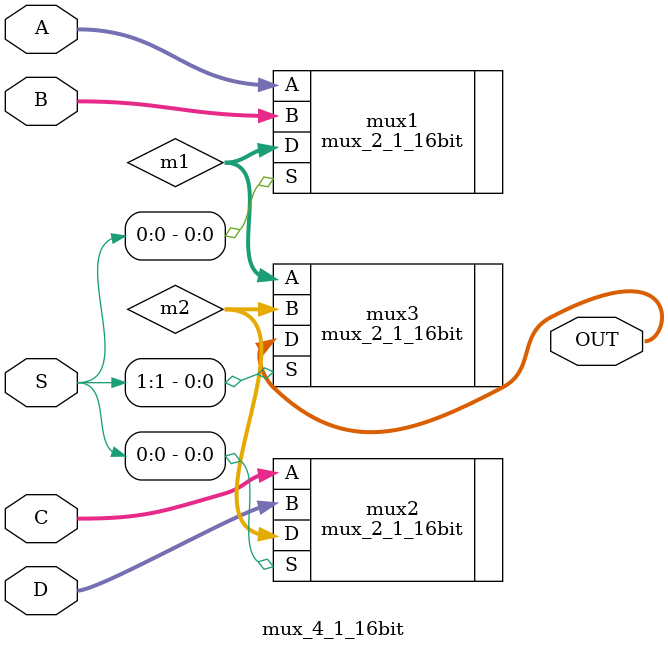
<source format=v>
`timescale 1ns / 1ps


module mux_4_1_16bit(
    input [15:0] A,
    input [15:0] B,
    input [15:0] C,
    input [15:0] D,
    input [1:0] S,
    output [15:0] OUT
);

wire [15:0] m1;
wire [15:0] m2;

mux_2_1_16bit mux1(
.A(A),
.B(B),
.S(S[0]),
.D(m1)
);

mux_2_1_16bit mux2(
.A(C),
.B(D),
.S(S[0]),
.D(m2)
);

mux_2_1_16bit mux3(
.A(m1),
.B(m2),
.S(S[1]),
.D(OUT)
);
endmodule

</source>
